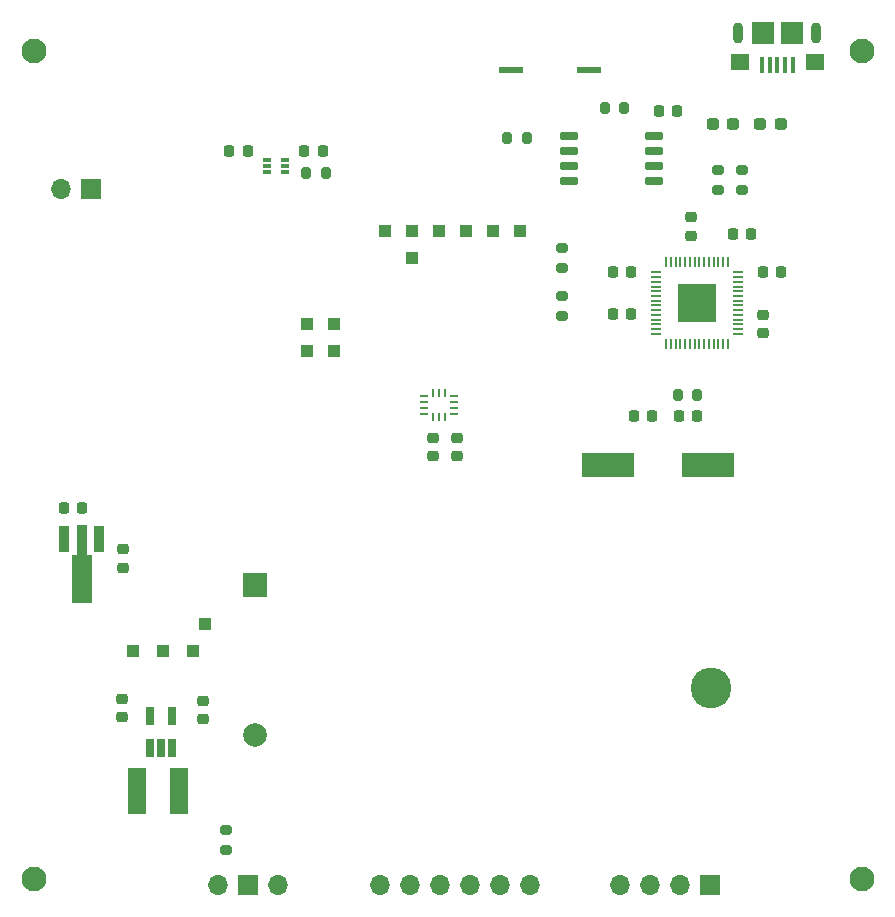
<source format=gts>
G04 #@! TF.GenerationSoftware,KiCad,Pcbnew,(6.0.5)*
G04 #@! TF.CreationDate,2023-09-12T21:56:23-04:00*
G04 #@! TF.ProjectId,control_board,636f6e74-726f-46c5-9f62-6f6172642e6b,rev?*
G04 #@! TF.SameCoordinates,Original*
G04 #@! TF.FileFunction,Soldermask,Top*
G04 #@! TF.FilePolarity,Negative*
%FSLAX46Y46*%
G04 Gerber Fmt 4.6, Leading zero omitted, Abs format (unit mm)*
G04 Created by KiCad (PCBNEW (6.0.5)) date 2023-09-12 21:56:23*
%MOMM*%
%LPD*%
G01*
G04 APERTURE LIST*
G04 Aperture macros list*
%AMRoundRect*
0 Rectangle with rounded corners*
0 $1 Rounding radius*
0 $2 $3 $4 $5 $6 $7 $8 $9 X,Y pos of 4 corners*
0 Add a 4 corners polygon primitive as box body*
4,1,4,$2,$3,$4,$5,$6,$7,$8,$9,$2,$3,0*
0 Add four circle primitives for the rounded corners*
1,1,$1+$1,$2,$3*
1,1,$1+$1,$4,$5*
1,1,$1+$1,$6,$7*
1,1,$1+$1,$8,$9*
0 Add four rect primitives between the rounded corners*
20,1,$1+$1,$2,$3,$4,$5,0*
20,1,$1+$1,$4,$5,$6,$7,0*
20,1,$1+$1,$6,$7,$8,$9,0*
20,1,$1+$1,$8,$9,$2,$3,0*%
%AMFreePoly0*
4,1,9,5.362500,-0.866500,1.237500,-0.866500,1.237500,-0.450000,-1.237500,-0.450000,-1.237500,0.450000,1.237500,0.450000,1.237500,0.866500,5.362500,0.866500,5.362500,-0.866500,5.362500,-0.866500,$1*%
G04 Aperture macros list end*
%ADD10R,1.000000X1.000000*%
%ADD11R,1.700000X1.700000*%
%ADD12O,1.700000X1.700000*%
%ADD13C,0.500000*%
%ADD14R,0.400000X1.350000*%
%ADD15R,1.900000X1.900000*%
%ADD16O,0.900000X1.800000*%
%ADD17R,1.600000X1.400000*%
%ADD18RoundRect,0.225000X-0.225000X-0.250000X0.225000X-0.250000X0.225000X0.250000X-0.225000X0.250000X0*%
%ADD19C,2.100000*%
%ADD20RoundRect,0.200000X-0.200000X-0.275000X0.200000X-0.275000X0.200000X0.275000X-0.200000X0.275000X0*%
%ADD21R,0.650000X1.560000*%
%ADD22C,3.450000*%
%ADD23R,2.000000X2.000000*%
%ADD24C,2.000000*%
%ADD25R,0.900000X2.300000*%
%ADD26FreePoly0,270.000000*%
%ADD27RoundRect,0.225000X0.250000X-0.225000X0.250000X0.225000X-0.250000X0.225000X-0.250000X-0.225000X0*%
%ADD28RoundRect,0.225000X-0.250000X0.225000X-0.250000X-0.225000X0.250000X-0.225000X0.250000X0.225000X0*%
%ADD29RoundRect,0.150000X-0.650000X-0.150000X0.650000X-0.150000X0.650000X0.150000X-0.650000X0.150000X0*%
%ADD30RoundRect,0.200000X0.200000X0.275000X-0.200000X0.275000X-0.200000X-0.275000X0.200000X-0.275000X0*%
%ADD31RoundRect,0.200000X-0.275000X0.200000X-0.275000X-0.200000X0.275000X-0.200000X0.275000X0.200000X0*%
%ADD32RoundRect,0.237500X0.287500X0.237500X-0.287500X0.237500X-0.287500X-0.237500X0.287500X-0.237500X0*%
%ADD33R,0.675000X0.250000*%
%ADD34R,0.250000X0.675000*%
%ADD35R,4.500000X2.000000*%
%ADD36RoundRect,0.225000X0.225000X0.250000X-0.225000X0.250000X-0.225000X-0.250000X0.225000X-0.250000X0*%
%ADD37O,0.875000X0.200000*%
%ADD38O,0.200000X0.875000*%
%ADD39R,3.200000X3.200000*%
%ADD40RoundRect,0.200000X0.275000X-0.200000X0.275000X0.200000X-0.275000X0.200000X-0.275000X-0.200000X0*%
%ADD41RoundRect,0.237500X-0.287500X-0.237500X0.287500X-0.237500X0.287500X0.237500X-0.287500X0.237500X0*%
%ADD42R,1.500000X4.000000*%
%ADD43R,0.700000X0.340000*%
%ADD44R,2.108200X0.558800*%
G04 APERTURE END LIST*
D10*
X130048000Y-79248000D03*
X136652000Y-71374000D03*
X119126000Y-102362000D03*
X113030000Y-104648000D03*
X118110000Y-104648000D03*
X115570000Y-104648000D03*
X127762000Y-76962000D03*
X130048000Y-76962000D03*
X134366000Y-69088000D03*
X141224000Y-69088000D03*
X143510000Y-69088000D03*
X145796000Y-69088000D03*
X138938000Y-69088000D03*
X136652000Y-69088000D03*
X127762000Y-79248000D03*
D11*
X161925000Y-124460000D03*
D12*
X159385000Y-124460000D03*
X156845000Y-124460000D03*
X154305000Y-124460000D03*
D13*
X164318250Y-52324000D03*
X170918250Y-52324000D03*
D14*
X168918250Y-54999000D03*
X168268250Y-54999000D03*
X167618250Y-54999000D03*
X166968250Y-54999000D03*
X166318250Y-54999000D03*
D15*
X166418250Y-52324000D03*
D16*
X164318250Y-52324000D03*
D17*
X164418250Y-54774000D03*
D16*
X170918250Y-52324000D03*
D15*
X168818250Y-52324000D03*
D17*
X170818250Y-54774000D03*
D18*
X155435000Y-84739000D03*
X156985000Y-84739000D03*
X157550500Y-58927500D03*
X159100500Y-58927500D03*
X107175000Y-92562500D03*
X108725000Y-92562500D03*
D19*
X174752000Y-53848000D03*
D18*
X166373000Y-72513500D03*
X167923000Y-72513500D03*
D20*
X127706450Y-64206000D03*
X129356450Y-64206000D03*
D21*
X114493000Y-112856000D03*
X115443000Y-112856000D03*
X116393000Y-112856000D03*
X116393000Y-110156000D03*
X114493000Y-110156000D03*
D22*
X162030000Y-107760000D03*
D23*
X123420000Y-99060000D03*
D24*
X123420000Y-111760000D03*
D25*
X110200000Y-95162500D03*
D26*
X108700000Y-95250000D03*
D25*
X107200000Y-95162500D03*
D27*
X118999000Y-110402500D03*
X118999000Y-108852500D03*
D12*
X125365000Y-124460000D03*
D11*
X122825000Y-124460000D03*
D12*
X120285000Y-124460000D03*
D28*
X166394000Y-76182500D03*
X166394000Y-77732500D03*
D19*
X104648000Y-123952000D03*
D29*
X149975500Y-61022500D03*
X149975500Y-62292500D03*
X149975500Y-63562500D03*
X149975500Y-64832500D03*
X157175500Y-64832500D03*
X157175500Y-63562500D03*
X157175500Y-62292500D03*
X157175500Y-61022500D03*
D30*
X146400500Y-61177500D03*
X144750500Y-61177500D03*
D12*
X146685000Y-124460000D03*
X144145000Y-124460000D03*
X141605000Y-124460000D03*
X139065000Y-124460000D03*
X136525000Y-124460000D03*
X133985000Y-124460000D03*
D27*
X140462000Y-88151000D03*
X140462000Y-86601000D03*
D31*
X120904000Y-119825000D03*
X120904000Y-121475000D03*
D27*
X160298000Y-69476500D03*
X160298000Y-67926500D03*
D32*
X163875000Y-60000000D03*
X162125000Y-60000000D03*
D33*
X137675500Y-83070000D03*
X137675500Y-83570000D03*
X137675500Y-84070000D03*
X137675500Y-84570000D03*
D34*
X138438000Y-84832500D03*
X138938000Y-84832500D03*
X139438000Y-84832500D03*
D33*
X140200500Y-84570000D03*
X140200500Y-84070000D03*
X140200500Y-83570000D03*
X140200500Y-83070000D03*
D34*
X139438000Y-82807500D03*
X138938000Y-82807500D03*
X138438000Y-82807500D03*
D35*
X161730000Y-88900000D03*
X153230000Y-88900000D03*
D20*
X153000500Y-58677500D03*
X154650500Y-58677500D03*
D36*
X155239000Y-76067500D03*
X153689000Y-76067500D03*
D11*
X109479000Y-65532000D03*
D12*
X106939000Y-65532000D03*
D37*
X157368500Y-72579500D03*
X157368500Y-72979500D03*
X157368500Y-73379500D03*
X157368500Y-73779500D03*
X157368500Y-74179500D03*
X157368500Y-74579500D03*
X157368500Y-74979500D03*
X157368500Y-75379500D03*
X157368500Y-75779500D03*
X157368500Y-76179500D03*
X157368500Y-76579500D03*
X157368500Y-76979500D03*
X157368500Y-77379500D03*
X157368500Y-77779500D03*
D38*
X158206000Y-78617000D03*
X158606000Y-78617000D03*
X159006000Y-78617000D03*
X159406000Y-78617000D03*
X159806000Y-78617000D03*
X160206000Y-78617000D03*
X160606000Y-78617000D03*
X161006000Y-78617000D03*
X161406000Y-78617000D03*
X161806000Y-78617000D03*
X162206000Y-78617000D03*
X162606000Y-78617000D03*
X163006000Y-78617000D03*
X163406000Y-78617000D03*
D37*
X164243500Y-77779500D03*
X164243500Y-77379500D03*
X164243500Y-76979500D03*
X164243500Y-76579500D03*
X164243500Y-76179500D03*
X164243500Y-75779500D03*
X164243500Y-75379500D03*
X164243500Y-74979500D03*
X164243500Y-74579500D03*
X164243500Y-74179500D03*
X164243500Y-73779500D03*
X164243500Y-73379500D03*
X164243500Y-72979500D03*
X164243500Y-72579500D03*
D38*
X163406000Y-71742000D03*
X163006000Y-71742000D03*
X162606000Y-71742000D03*
X162206000Y-71742000D03*
X161806000Y-71742000D03*
X161406000Y-71742000D03*
X161006000Y-71742000D03*
X160606000Y-71742000D03*
X160206000Y-71742000D03*
X159806000Y-71742000D03*
X159406000Y-71742000D03*
X159006000Y-71742000D03*
X158606000Y-71742000D03*
X158206000Y-71742000D03*
D39*
X160806000Y-75179500D03*
D40*
X149376000Y-72194500D03*
X149376000Y-70544500D03*
D20*
X159195000Y-82961000D03*
X160845000Y-82961000D03*
D41*
X166125000Y-60000000D03*
X167875000Y-60000000D03*
D27*
X112200000Y-97587500D03*
X112200000Y-96037500D03*
D18*
X121203250Y-62301000D03*
X122753250Y-62301000D03*
D40*
X162584000Y-65595000D03*
X162584000Y-63945000D03*
D18*
X159245000Y-84739000D03*
X160795000Y-84739000D03*
D31*
X149376000Y-74592500D03*
X149376000Y-76242500D03*
D28*
X138430000Y-86601000D03*
X138430000Y-88151000D03*
D19*
X104648000Y-53848000D03*
D18*
X127553250Y-62301000D03*
X129103250Y-62301000D03*
D36*
X155231000Y-72511500D03*
X153681000Y-72511500D03*
D27*
X112141000Y-110249000D03*
X112141000Y-108699000D03*
D42*
X116963600Y-116484400D03*
X113363600Y-116484400D03*
D40*
X164616000Y-65595000D03*
X164616000Y-63945000D03*
D19*
X174752000Y-123952000D03*
D43*
X124403250Y-63071000D03*
X124403250Y-63571000D03*
X124403250Y-64071000D03*
X125903250Y-64071000D03*
X125903250Y-63571000D03*
X125903250Y-63071000D03*
D18*
X163841000Y-69310000D03*
X165391000Y-69310000D03*
D44*
X151626200Y-55427500D03*
X145024800Y-55427500D03*
M02*

</source>
